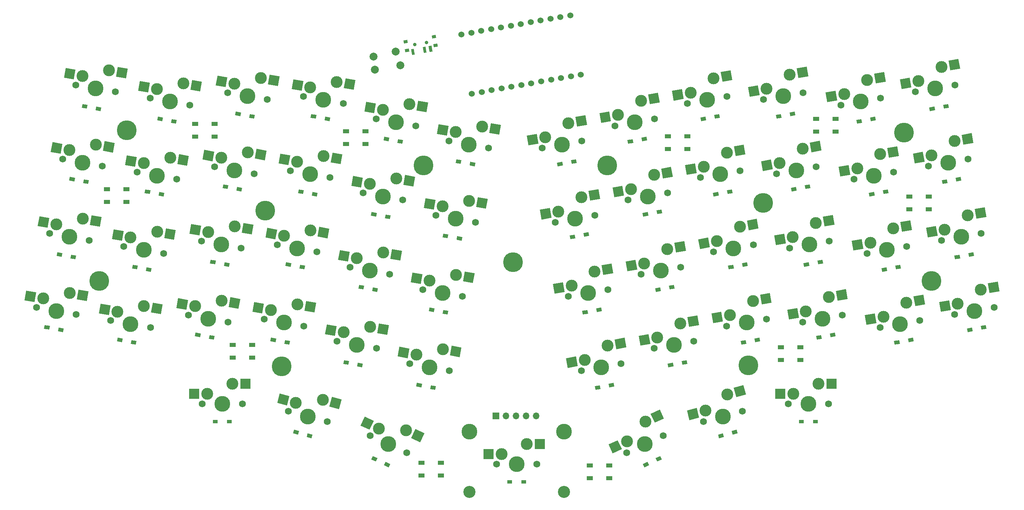
<source format=gbs>
%TF.GenerationSoftware,KiCad,Pcbnew,(5.1.12)-1*%
%TF.CreationDate,2022-03-16T07:25:32-05:00*%
%TF.ProjectId,keyboard_CarrasTech,6b657962-6f61-4726-945f-436172726173,rev?*%
%TF.SameCoordinates,Original*%
%TF.FileFunction,Soldermask,Bot*%
%TF.FilePolarity,Negative*%
%FSLAX46Y46*%
G04 Gerber Fmt 4.6, Leading zero omitted, Abs format (unit mm)*
G04 Created by KiCad (PCBNEW (5.1.12)-1) date 2022-03-16 07:25:32*
%MOMM*%
%LPD*%
G01*
G04 APERTURE LIST*
%ADD10O,1.700000X1.700000*%
%ADD11R,1.700000X1.700000*%
%ADD12C,0.100000*%
%ADD13C,0.900000*%
%ADD14C,2.000000*%
%ADD15C,3.000000*%
%ADD16C,3.987800*%
%ADD17C,1.750000*%
%ADD18C,5.000000*%
%ADD19R,2.550000X2.500000*%
%ADD20C,3.048000*%
%ADD21R,1.500000X1.000000*%
%ADD22C,1.524000*%
%ADD23R,1.300000X0.950000*%
G04 APERTURE END LIST*
D10*
X154178000Y-123063000D03*
X151638000Y-123063000D03*
X149098000Y-123063000D03*
X146558000Y-123063000D03*
D11*
X144018000Y-123063000D03*
D12*
G36*
X121149452Y-31092713D02*
G01*
X121010534Y-30304867D01*
X121995342Y-30131219D01*
X122134260Y-30919065D01*
X121149452Y-31092713D01*
G37*
G36*
X128338549Y-29825081D02*
G01*
X128199631Y-29037235D01*
X129184439Y-28863587D01*
X129323357Y-29651433D01*
X128338549Y-29825081D01*
G37*
G36*
X127954786Y-27648656D02*
G01*
X127815868Y-26860810D01*
X128800676Y-26687162D01*
X128939594Y-27475008D01*
X127954786Y-27648656D01*
G37*
G36*
X120765690Y-28916288D02*
G01*
X120626772Y-28128442D01*
X121611580Y-27954794D01*
X121750498Y-28742640D01*
X120765690Y-28916288D01*
G37*
G36*
X127281187Y-31026950D02*
G01*
X127020715Y-29549738D01*
X127710081Y-29428184D01*
X127970553Y-30905396D01*
X127281187Y-31026950D01*
G37*
G36*
X125803976Y-31287422D02*
G01*
X125543504Y-29810210D01*
X126232870Y-29688656D01*
X126493342Y-31165868D01*
X125803976Y-31287422D01*
G37*
G36*
X122849552Y-31808366D02*
G01*
X122589080Y-30331154D01*
X123278446Y-30209600D01*
X123538918Y-31686812D01*
X122849552Y-31808366D01*
G37*
D13*
X126451408Y-28624541D03*
X123496984Y-29145486D03*
D14*
X113093500Y-32194500D03*
X118681500Y-30924500D03*
D15*
X39691548Y-73204912D03*
D16*
X36308004Y-77766669D03*
D15*
X32996953Y-74603658D03*
D17*
X31305181Y-76884536D03*
X41310827Y-78648802D03*
D12*
G36*
X28299017Y-75044568D02*
G01*
X28733137Y-72582549D01*
X31244397Y-73025352D01*
X30810277Y-75487371D01*
X28299017Y-75044568D01*
G37*
G36*
X41470694Y-74787906D02*
G01*
X41904814Y-72325887D01*
X44416074Y-72768690D01*
X43981954Y-75230709D01*
X41470694Y-74787906D01*
G37*
D15*
X65068131Y-38991734D03*
D16*
X61684587Y-43553491D03*
D15*
X58373536Y-40390480D03*
D17*
X56681764Y-42671358D03*
X66687410Y-44435624D03*
D12*
G36*
X53675600Y-40831390D02*
G01*
X54109720Y-38369371D01*
X56620980Y-38812174D01*
X56186860Y-41274193D01*
X53675600Y-40831390D01*
G37*
G36*
X66847277Y-40574728D02*
G01*
X67281397Y-38112709D01*
X69792657Y-38555512D01*
X69358537Y-41017531D01*
X66847277Y-40574728D01*
G37*
D18*
X211455000Y-69215000D03*
X207772000Y-110299500D03*
X89916000Y-110490000D03*
X85725000Y-71120000D03*
X125730000Y-59690000D03*
X172085000Y-59690000D03*
X254000000Y-88900000D03*
X247015000Y-51435000D03*
X43815000Y-88900000D03*
X50800000Y-50800000D03*
X148336000Y-84201000D03*
D15*
X151765000Y-130175000D03*
D16*
X149225000Y-135255000D03*
D15*
X145415000Y-132715000D03*
D17*
X144145000Y-135255000D03*
X154305000Y-135255000D03*
D19*
X142140000Y-132715000D03*
X155067000Y-130175000D03*
D20*
X161163000Y-142240000D03*
X137287000Y-142240000D03*
D16*
X161163000Y-127000000D03*
X137287000Y-127000000D03*
D21*
X187415000Y-55575000D03*
X187415000Y-52375000D03*
X192315000Y-55575000D03*
X192315000Y-52375000D03*
X224880000Y-51130000D03*
X224880000Y-47930000D03*
X229780000Y-51130000D03*
X229780000Y-47930000D03*
X215990000Y-108915000D03*
X215990000Y-105715000D03*
X220890000Y-108915000D03*
X220890000Y-105715000D03*
X77560000Y-108280000D03*
X77560000Y-105080000D03*
X82460000Y-108280000D03*
X82460000Y-105080000D03*
X68035000Y-52400000D03*
X68035000Y-49200000D03*
X72935000Y-52400000D03*
X72935000Y-49200000D03*
X248375000Y-70815000D03*
X248375000Y-67615000D03*
X253275000Y-70815000D03*
X253275000Y-67615000D03*
X167730000Y-138760000D03*
X167730000Y-135560000D03*
X172630000Y-138760000D03*
X172630000Y-135560000D03*
X125185000Y-138125000D03*
X125185000Y-134925000D03*
X130085000Y-138125000D03*
X130085000Y-134925000D03*
X45810000Y-68910000D03*
X45810000Y-65710000D03*
X50710000Y-68910000D03*
X50710000Y-65710000D03*
X106135000Y-54305000D03*
X106135000Y-51105000D03*
X111035000Y-54305000D03*
X111035000Y-51105000D03*
D22*
X162796827Y-21742913D03*
X160295415Y-22183980D03*
X157794004Y-22625046D03*
X155292592Y-23066113D03*
X152791180Y-23507179D03*
X150289769Y-23948245D03*
X147788357Y-24389312D03*
X145286945Y-24830378D03*
X142785534Y-25271444D03*
X140284122Y-25712511D03*
X137782710Y-26153577D03*
X135281299Y-26594643D03*
X137924224Y-41583417D03*
X140425635Y-41142351D03*
X142927047Y-40701285D03*
X145428459Y-40260218D03*
X147929871Y-39819152D03*
X150431282Y-39378086D03*
X152932694Y-38937019D03*
X155434106Y-38495953D03*
X157935517Y-38054887D03*
X160436929Y-37613820D03*
X162938341Y-37172754D03*
X165439752Y-36731687D03*
D15*
X172218920Y-105284437D03*
D16*
X170599641Y-110728327D03*
D15*
X166406457Y-108888515D03*
D17*
X165596818Y-111610460D03*
X175602464Y-109846194D03*
D12*
G36*
X162142642Y-110909624D02*
G01*
X161708522Y-108447605D01*
X164219782Y-108004802D01*
X164653902Y-110466821D01*
X162142642Y-110909624D01*
G37*
G36*
X174432185Y-106163462D02*
G01*
X173998065Y-103701443D01*
X176509325Y-103258640D01*
X176943445Y-105720659D01*
X174432185Y-106163462D01*
G37*
D15*
X190567093Y-99637521D03*
D16*
X188947814Y-105081411D03*
D15*
X184754630Y-103241599D03*
D17*
X183944991Y-105963544D03*
X193950637Y-104199278D03*
D12*
G36*
X180490815Y-105262708D02*
G01*
X180056695Y-102800689D01*
X182567955Y-102357886D01*
X183002075Y-104819905D01*
X180490815Y-105262708D01*
G37*
G36*
X192780358Y-100516546D02*
G01*
X192346238Y-98054527D01*
X194857498Y-97611724D01*
X195291618Y-100073743D01*
X192780358Y-100516546D01*
G37*
D15*
X208915267Y-93990605D03*
D16*
X207295988Y-99434495D03*
D15*
X203102804Y-97594683D03*
D17*
X202293165Y-100316628D03*
X212298811Y-98552362D03*
D12*
G36*
X198838989Y-99615792D02*
G01*
X198404869Y-97153773D01*
X200916129Y-96710970D01*
X201350249Y-99172989D01*
X198838989Y-99615792D01*
G37*
G36*
X211128532Y-94869630D02*
G01*
X210694412Y-92407611D01*
X213205672Y-91964808D01*
X213639792Y-94426827D01*
X211128532Y-94869630D01*
G37*
D15*
X228088269Y-93021526D03*
D16*
X226468990Y-98465416D03*
D15*
X222275806Y-96625604D03*
D17*
X221466167Y-99347549D03*
X231471813Y-97583283D03*
D12*
G36*
X218011991Y-98646713D02*
G01*
X217577871Y-96184694D01*
X220089131Y-95741891D01*
X220523251Y-98203910D01*
X218011991Y-98646713D01*
G37*
G36*
X230301534Y-93900551D02*
G01*
X229867414Y-91438532D01*
X232378674Y-90995729D01*
X232812794Y-93457748D01*
X230301534Y-93900551D01*
G37*
D15*
X247673685Y-94391365D03*
D16*
X246054406Y-99835255D03*
D15*
X241861222Y-97995443D03*
D17*
X241051583Y-100717388D03*
X251057229Y-98953122D03*
D12*
G36*
X237597407Y-100016552D02*
G01*
X237163287Y-97554533D01*
X239674547Y-97111730D01*
X240108667Y-99573749D01*
X237597407Y-100016552D01*
G37*
G36*
X249886950Y-95270390D02*
G01*
X249452830Y-92808371D01*
X251964090Y-92365568D01*
X252398210Y-94827587D01*
X249886950Y-95270390D01*
G37*
D15*
X266434273Y-91083367D03*
D16*
X264814994Y-96527257D03*
D15*
X260621810Y-94687445D03*
D17*
X259812171Y-97409390D03*
X269817817Y-95645124D03*
D12*
G36*
X256357995Y-96708554D02*
G01*
X255923875Y-94246535D01*
X258435135Y-93803732D01*
X258869255Y-96265751D01*
X256357995Y-96708554D01*
G37*
G36*
X268647538Y-91962392D02*
G01*
X268213418Y-89500373D01*
X270724678Y-89057570D01*
X271158798Y-91519589D01*
X268647538Y-91962392D01*
G37*
D15*
X181765121Y-124497506D03*
D16*
X181610000Y-130175000D03*
D15*
X177083517Y-129483154D03*
D17*
X177005956Y-132321901D03*
X186214044Y-128028099D03*
D12*
G36*
X173488089Y-132538952D02*
G01*
X172431544Y-130273183D01*
X174742629Y-129195506D01*
X175799174Y-131461275D01*
X173488089Y-132538952D01*
G37*
G36*
X184130479Y-124773744D02*
G01*
X183073934Y-122507975D01*
X185385019Y-121430298D01*
X186441564Y-123696067D01*
X184130479Y-124773744D01*
G37*
D15*
X168910922Y-86523850D03*
D16*
X167291643Y-91967740D03*
D15*
X163098459Y-90127928D03*
D17*
X162288820Y-92849873D03*
X172294466Y-91085607D03*
D12*
G36*
X158834644Y-92149037D02*
G01*
X158400524Y-89687018D01*
X160911784Y-89244215D01*
X161345904Y-91706234D01*
X158834644Y-92149037D01*
G37*
G36*
X171124187Y-87402875D02*
G01*
X170690067Y-84940856D01*
X173201327Y-84498053D01*
X173635447Y-86960072D01*
X171124187Y-87402875D01*
G37*
D15*
X187259096Y-80876933D03*
D16*
X185639817Y-86320823D03*
D15*
X181446633Y-84481011D03*
D17*
X180636994Y-87202956D03*
X190642640Y-85438690D03*
D12*
G36*
X177182818Y-86502120D02*
G01*
X176748698Y-84040101D01*
X179259958Y-83597298D01*
X179694078Y-86059317D01*
X177182818Y-86502120D01*
G37*
G36*
X189472361Y-81755958D02*
G01*
X189038241Y-79293939D01*
X191549501Y-78851136D01*
X191983621Y-81313155D01*
X189472361Y-81755958D01*
G37*
D15*
X205607269Y-75230017D03*
D16*
X203987990Y-80673907D03*
D15*
X199794806Y-78834095D03*
D17*
X198985167Y-81556040D03*
X208990813Y-79791774D03*
D12*
G36*
X195530991Y-80855204D02*
G01*
X195096871Y-78393185D01*
X197608131Y-77950382D01*
X198042251Y-80412401D01*
X195530991Y-80855204D01*
G37*
G36*
X207820534Y-76109042D02*
G01*
X207386414Y-73647023D01*
X209897674Y-73204220D01*
X210331794Y-75666239D01*
X207820534Y-76109042D01*
G37*
D15*
X224780271Y-74260938D03*
D16*
X223160992Y-79704828D03*
D15*
X218967808Y-77865016D03*
D17*
X218158169Y-80586961D03*
X228163815Y-78822695D03*
D12*
G36*
X214703993Y-79886125D02*
G01*
X214269873Y-77424106D01*
X216781133Y-76981303D01*
X217215253Y-79443322D01*
X214703993Y-79886125D01*
G37*
G36*
X226993536Y-75139963D02*
G01*
X226559416Y-72677944D01*
X229070676Y-72235141D01*
X229504796Y-74697160D01*
X226993536Y-75139963D01*
G37*
D15*
X244365687Y-75630777D03*
D16*
X242746408Y-81074667D03*
D15*
X238553224Y-79234855D03*
D17*
X237743585Y-81956800D03*
X247749231Y-80192534D03*
D12*
G36*
X234289409Y-81255964D02*
G01*
X233855289Y-78793945D01*
X236366549Y-78351142D01*
X236800669Y-80813161D01*
X234289409Y-81255964D01*
G37*
G36*
X246578952Y-76509802D02*
G01*
X246144832Y-74047783D01*
X248656092Y-73604980D01*
X249090212Y-76066999D01*
X246578952Y-76509802D01*
G37*
D15*
X263126275Y-72322779D03*
D16*
X261506996Y-77766669D03*
D15*
X257313812Y-75926857D03*
D17*
X256504173Y-78648802D03*
X266509819Y-76884536D03*
D12*
G36*
X253049997Y-77947966D02*
G01*
X252615877Y-75485947D01*
X255127137Y-75043144D01*
X255561257Y-77505163D01*
X253049997Y-77947966D01*
G37*
G36*
X265339540Y-73201804D02*
G01*
X264905420Y-70739785D01*
X267416680Y-70296982D01*
X267850800Y-72759001D01*
X265339540Y-73201804D01*
G37*
D15*
X202433651Y-117625696D03*
D16*
X201295000Y-123190000D03*
D15*
X196957422Y-121722649D03*
D17*
X196388097Y-124504801D03*
X206201903Y-121875199D03*
D12*
G36*
X192885983Y-124107683D02*
G01*
X192238936Y-121692868D01*
X194702047Y-121032879D01*
X195349094Y-123447694D01*
X192885983Y-124107683D01*
G37*
G36*
X204715106Y-118308478D02*
G01*
X204068059Y-115893663D01*
X206531170Y-115233674D01*
X207178217Y-117648489D01*
X204715106Y-118308478D01*
G37*
D15*
X165602924Y-67763262D03*
D16*
X163983645Y-73207152D03*
D15*
X159790461Y-71367340D03*
D17*
X158980822Y-74089285D03*
X168986468Y-72325019D03*
D12*
G36*
X155526646Y-73388449D02*
G01*
X155092526Y-70926430D01*
X157603786Y-70483627D01*
X158037906Y-72945646D01*
X155526646Y-73388449D01*
G37*
G36*
X167816189Y-68642287D02*
G01*
X167382069Y-66180268D01*
X169893329Y-65737465D01*
X170327449Y-68199484D01*
X167816189Y-68642287D01*
G37*
D15*
X183951098Y-62116346D03*
D16*
X182331819Y-67560236D03*
D15*
X178138635Y-65720424D03*
D17*
X177328996Y-68442369D03*
X187334642Y-66678103D03*
D12*
G36*
X173874820Y-67741533D02*
G01*
X173440700Y-65279514D01*
X175951960Y-64836711D01*
X176386080Y-67298730D01*
X173874820Y-67741533D01*
G37*
G36*
X186164363Y-62995371D02*
G01*
X185730243Y-60533352D01*
X188241503Y-60090549D01*
X188675623Y-62552568D01*
X186164363Y-62995371D01*
G37*
D15*
X202299271Y-56469430D03*
D16*
X200679992Y-61913320D03*
D15*
X196486808Y-60073508D03*
D17*
X195677169Y-62795453D03*
X205682815Y-61031187D03*
D12*
G36*
X192222993Y-62094617D02*
G01*
X191788873Y-59632598D01*
X194300133Y-59189795D01*
X194734253Y-61651814D01*
X192222993Y-62094617D01*
G37*
G36*
X204512536Y-57348455D02*
G01*
X204078416Y-54886436D01*
X206589676Y-54443633D01*
X207023796Y-56905652D01*
X204512536Y-57348455D01*
G37*
D15*
X221472273Y-55500350D03*
D16*
X219852994Y-60944240D03*
D15*
X215659810Y-59104428D03*
D17*
X214850171Y-61826373D03*
X224855817Y-60062107D03*
D12*
G36*
X211395995Y-61125537D02*
G01*
X210961875Y-58663518D01*
X213473135Y-58220715D01*
X213907255Y-60682734D01*
X211395995Y-61125537D01*
G37*
G36*
X223685538Y-56379375D02*
G01*
X223251418Y-53917356D01*
X225762678Y-53474553D01*
X226196798Y-55936572D01*
X223685538Y-56379375D01*
G37*
D15*
X241057690Y-56870189D03*
D16*
X239438411Y-62314079D03*
D15*
X235245227Y-60474267D03*
D17*
X234435588Y-63196212D03*
X244441234Y-61431946D03*
D12*
G36*
X230981412Y-62495376D02*
G01*
X230547292Y-60033357D01*
X233058552Y-59590554D01*
X233492672Y-62052573D01*
X230981412Y-62495376D01*
G37*
G36*
X243270955Y-57749214D02*
G01*
X242836835Y-55287195D01*
X245348095Y-54844392D01*
X245782215Y-57306411D01*
X243270955Y-57749214D01*
G37*
D15*
X259818277Y-53562191D03*
D16*
X258198998Y-59006081D03*
D15*
X254005814Y-57166269D03*
D17*
X253196175Y-59888214D03*
X263201821Y-58123948D03*
D12*
G36*
X249741999Y-59187378D02*
G01*
X249307879Y-56725359D01*
X251819139Y-56282556D01*
X252253259Y-58744575D01*
X249741999Y-59187378D01*
G37*
G36*
X262031542Y-54441216D02*
G01*
X261597422Y-51979197D01*
X264108682Y-51536394D01*
X264542802Y-53998413D01*
X262031542Y-54441216D01*
G37*
D15*
X225425000Y-114935000D03*
D16*
X222885000Y-120015000D03*
D15*
X219075000Y-117475000D03*
D17*
X217805000Y-120015000D03*
X227965000Y-120015000D03*
D19*
X215800000Y-117475000D03*
X228727000Y-114935000D03*
D15*
X162294927Y-49002674D03*
D16*
X160675648Y-54446564D03*
D15*
X156482464Y-52606752D03*
D17*
X155672825Y-55328697D03*
X165678471Y-53564431D03*
D12*
G36*
X152218649Y-54627861D02*
G01*
X151784529Y-52165842D01*
X154295789Y-51723039D01*
X154729909Y-54185058D01*
X152218649Y-54627861D01*
G37*
G36*
X164508192Y-49881699D02*
G01*
X164074072Y-47419680D01*
X166585332Y-46976877D01*
X167019452Y-49438896D01*
X164508192Y-49881699D01*
G37*
D15*
X180643100Y-43355758D03*
D16*
X179023821Y-48799648D03*
D15*
X174830637Y-46959836D03*
D17*
X174020998Y-49681781D03*
X184026644Y-47917515D03*
D12*
G36*
X170566822Y-48980945D02*
G01*
X170132702Y-46518926D01*
X172643962Y-46076123D01*
X173078082Y-48538142D01*
X170566822Y-48980945D01*
G37*
G36*
X182856365Y-44234783D02*
G01*
X182422245Y-41772764D01*
X184933505Y-41329961D01*
X185367625Y-43791980D01*
X182856365Y-44234783D01*
G37*
D15*
X198991273Y-37708842D03*
D16*
X197371994Y-43152732D03*
D15*
X193178810Y-41312920D03*
D17*
X192369171Y-44034865D03*
X202374817Y-42270599D03*
D12*
G36*
X188914995Y-43334029D02*
G01*
X188480875Y-40872010D01*
X190992135Y-40429207D01*
X191426255Y-42891226D01*
X188914995Y-43334029D01*
G37*
G36*
X201204538Y-38587867D02*
G01*
X200770418Y-36125848D01*
X203281678Y-35683045D01*
X203715798Y-38145064D01*
X201204538Y-38587867D01*
G37*
D15*
X218164275Y-36739762D03*
D16*
X216544996Y-42183652D03*
D15*
X212351812Y-40343840D03*
D17*
X211542173Y-43065785D03*
X221547819Y-41301519D03*
D12*
G36*
X208087997Y-42364949D02*
G01*
X207653877Y-39902930D01*
X210165137Y-39460127D01*
X210599257Y-41922146D01*
X208087997Y-42364949D01*
G37*
G36*
X220377540Y-37618787D02*
G01*
X219943420Y-35156768D01*
X222454680Y-34713965D01*
X222888800Y-37175984D01*
X220377540Y-37618787D01*
G37*
D15*
X237749692Y-38109601D03*
D16*
X236130413Y-43553491D03*
D15*
X231937229Y-41713679D03*
D17*
X231127590Y-44435624D03*
X241133236Y-42671358D03*
D12*
G36*
X227673414Y-43734788D02*
G01*
X227239294Y-41272769D01*
X229750554Y-40829966D01*
X230184674Y-43291985D01*
X227673414Y-43734788D01*
G37*
G36*
X239962957Y-38988626D02*
G01*
X239528837Y-36526607D01*
X242040097Y-36083804D01*
X242474217Y-38545823D01*
X239962957Y-38988626D01*
G37*
D15*
X256510280Y-34801604D03*
D16*
X254891001Y-40245494D03*
D15*
X250697817Y-38405682D03*
D17*
X249888178Y-41127627D03*
X259893824Y-39363361D03*
D12*
G36*
X246434002Y-40426791D02*
G01*
X245999882Y-37964772D01*
X248511142Y-37521969D01*
X248945262Y-39983988D01*
X246434002Y-40426791D01*
G37*
G36*
X258723545Y-35680629D02*
G01*
X258289425Y-33218610D01*
X260800685Y-32775807D01*
X261234805Y-35237826D01*
X258723545Y-35680629D01*
G37*
D15*
X130598903Y-106166570D03*
D16*
X127215359Y-110728327D03*
D15*
X123904308Y-107565316D03*
D17*
X122212536Y-109846194D03*
X132218182Y-111610460D03*
D12*
G36*
X119206372Y-108006226D02*
G01*
X119640492Y-105544207D01*
X122151752Y-105987010D01*
X121717632Y-108449029D01*
X119206372Y-108006226D01*
G37*
G36*
X132378049Y-107749564D02*
G01*
X132812169Y-105287545D01*
X135323429Y-105730348D01*
X134889309Y-108192367D01*
X132378049Y-107749564D01*
G37*
D15*
X112250730Y-100519654D03*
D16*
X108867186Y-105081411D03*
D15*
X105556135Y-101918400D03*
D17*
X103864363Y-104199278D03*
X113870009Y-105963544D03*
D12*
G36*
X100858199Y-102359310D02*
G01*
X101292319Y-99897291D01*
X103803579Y-100340094D01*
X103369459Y-102802113D01*
X100858199Y-102359310D01*
G37*
G36*
X114029876Y-102102648D02*
G01*
X114463996Y-99640629D01*
X116975256Y-100083432D01*
X116541136Y-102545451D01*
X114029876Y-102102648D01*
G37*
D15*
X93902556Y-94872738D03*
D16*
X90519012Y-99434495D03*
D15*
X87207961Y-96271484D03*
D17*
X85516189Y-98552362D03*
X95521835Y-100316628D03*
D12*
G36*
X82510025Y-96712394D02*
G01*
X82944145Y-94250375D01*
X85455405Y-94693178D01*
X85021285Y-97155197D01*
X82510025Y-96712394D01*
G37*
G36*
X95681702Y-96455732D02*
G01*
X96115822Y-93993713D01*
X98627082Y-94436516D01*
X98192962Y-96898535D01*
X95681702Y-96455732D01*
G37*
D15*
X74729554Y-93903659D03*
D16*
X71346010Y-98465416D03*
D15*
X68034959Y-95302405D03*
D17*
X66343187Y-97583283D03*
X76348833Y-99347549D03*
D12*
G36*
X63337023Y-95743315D02*
G01*
X63771143Y-93281296D01*
X66282403Y-93724099D01*
X65848283Y-96186118D01*
X63337023Y-95743315D01*
G37*
G36*
X76508700Y-95486653D02*
G01*
X76942820Y-93024634D01*
X79454080Y-93467437D01*
X79019960Y-95929456D01*
X76508700Y-95486653D01*
G37*
D15*
X55144138Y-95273498D03*
D16*
X51760594Y-99835255D03*
D15*
X48449543Y-96672244D03*
D17*
X46757771Y-98953122D03*
X56763417Y-100717388D03*
D12*
G36*
X43751607Y-97113154D02*
G01*
X44185727Y-94651135D01*
X46696987Y-95093938D01*
X46262867Y-97555957D01*
X43751607Y-97113154D01*
G37*
G36*
X56923284Y-96856492D02*
G01*
X57357404Y-94394473D01*
X59868664Y-94837276D01*
X59434544Y-97299295D01*
X56923284Y-96856492D01*
G37*
D15*
X36383550Y-91965500D03*
D16*
X33000006Y-96527257D03*
D15*
X29688955Y-93364246D03*
D17*
X27997183Y-95645124D03*
X38002829Y-97409390D03*
D12*
G36*
X24991019Y-93805156D02*
G01*
X25425139Y-91343137D01*
X27936399Y-91785940D01*
X27502279Y-94247959D01*
X24991019Y-93805156D01*
G37*
G36*
X38162696Y-93548494D02*
G01*
X38596816Y-91086475D01*
X41108076Y-91529278D01*
X40673956Y-93991297D01*
X38162696Y-93548494D01*
G37*
D15*
X121288923Y-126644407D03*
D16*
X116840000Y-130175000D03*
D15*
X114460418Y-126262803D03*
D17*
X112235956Y-128028099D03*
X121444044Y-132321901D03*
D12*
G36*
X109808445Y-125472774D02*
G01*
X110864990Y-123207005D01*
X113176075Y-124284682D01*
X112119530Y-126550451D01*
X109808445Y-125472774D01*
G37*
G36*
X122597736Y-128633938D02*
G01*
X123654281Y-126368169D01*
X125965366Y-127445846D01*
X124908821Y-129711615D01*
X122597736Y-128633938D01*
G37*
D15*
X133906901Y-87405983D03*
D16*
X130523357Y-91967740D03*
D15*
X127212306Y-88804729D03*
D17*
X125520534Y-91085607D03*
X135526180Y-92849873D03*
D12*
G36*
X122514370Y-89245639D02*
G01*
X122948490Y-86783620D01*
X125459750Y-87226423D01*
X125025630Y-89688442D01*
X122514370Y-89245639D01*
G37*
G36*
X135686047Y-88988977D02*
G01*
X136120167Y-86526958D01*
X138631427Y-86969761D01*
X138197307Y-89431780D01*
X135686047Y-88988977D01*
G37*
D15*
X115558727Y-81759066D03*
D16*
X112175183Y-86320823D03*
D15*
X108864132Y-83157812D03*
D17*
X107172360Y-85438690D03*
X117178006Y-87202956D03*
D12*
G36*
X104166196Y-83598722D02*
G01*
X104600316Y-81136703D01*
X107111576Y-81579506D01*
X106677456Y-84041525D01*
X104166196Y-83598722D01*
G37*
G36*
X117337873Y-83342060D02*
G01*
X117771993Y-80880041D01*
X120283253Y-81322844D01*
X119849133Y-83784863D01*
X117337873Y-83342060D01*
G37*
D15*
X97210554Y-76112150D03*
D16*
X93827010Y-80673907D03*
D15*
X90515959Y-77510896D03*
D17*
X88824187Y-79791774D03*
X98829833Y-81556040D03*
D12*
G36*
X85818023Y-77951806D02*
G01*
X86252143Y-75489787D01*
X88763403Y-75932590D01*
X88329283Y-78394609D01*
X85818023Y-77951806D01*
G37*
G36*
X98989700Y-77695144D02*
G01*
X99423820Y-75233125D01*
X101935080Y-75675928D01*
X101500960Y-78137947D01*
X98989700Y-77695144D01*
G37*
D15*
X78037552Y-75143071D03*
D16*
X74654008Y-79704828D03*
D15*
X71342957Y-76541817D03*
D17*
X69651185Y-78822695D03*
X79656831Y-80586961D03*
D12*
G36*
X66645021Y-76982727D02*
G01*
X67079141Y-74520708D01*
X69590401Y-74963511D01*
X69156281Y-77425530D01*
X66645021Y-76982727D01*
G37*
G36*
X79816698Y-76726065D02*
G01*
X80250818Y-74264046D01*
X82762078Y-74706849D01*
X82327958Y-77168868D01*
X79816698Y-76726065D01*
G37*
D15*
X58452136Y-76512910D03*
D16*
X55068592Y-81074667D03*
D15*
X51757541Y-77911656D03*
D17*
X50065769Y-80192534D03*
X60071415Y-81956800D03*
D12*
G36*
X47059605Y-78352566D02*
G01*
X47493725Y-75890547D01*
X50004985Y-76333350D01*
X49570865Y-78795369D01*
X47059605Y-78352566D01*
G37*
G36*
X60231282Y-78095904D02*
G01*
X60665402Y-75633885D01*
X63176662Y-76076688D01*
X62742542Y-78538707D01*
X60231282Y-78095904D01*
G37*
D15*
X100288252Y-118940497D03*
D16*
X96520000Y-123190000D03*
D15*
X93497223Y-119750448D03*
D17*
X91613097Y-121875199D03*
X101426903Y-124504801D03*
D12*
G36*
X88778737Y-119780228D02*
G01*
X89425784Y-117365413D01*
X91888895Y-118025402D01*
X91241848Y-120440217D01*
X88778737Y-119780228D01*
G37*
G36*
X101922660Y-120672531D02*
G01*
X102569707Y-118257716D01*
X105032818Y-118917705D01*
X104385771Y-121332520D01*
X101922660Y-120672531D01*
G37*
D15*
X137214899Y-68645395D03*
D16*
X133831355Y-73207152D03*
D15*
X130520304Y-70044141D03*
D17*
X128828532Y-72325019D03*
X138834178Y-74089285D03*
D12*
G36*
X125822368Y-70485051D02*
G01*
X126256488Y-68023032D01*
X128767748Y-68465835D01*
X128333628Y-70927854D01*
X125822368Y-70485051D01*
G37*
G36*
X138994045Y-70228389D02*
G01*
X139428165Y-67766370D01*
X141939425Y-68209173D01*
X141505305Y-70671192D01*
X138994045Y-70228389D01*
G37*
D15*
X118866725Y-62998479D03*
D16*
X115483181Y-67560236D03*
D15*
X112172130Y-64397225D03*
D17*
X110480358Y-66678103D03*
X120486004Y-68442369D03*
D12*
G36*
X107474194Y-64838135D02*
G01*
X107908314Y-62376116D01*
X110419574Y-62818919D01*
X109985454Y-65280938D01*
X107474194Y-64838135D01*
G37*
G36*
X120645871Y-64581473D02*
G01*
X121079991Y-62119454D01*
X123591251Y-62562257D01*
X123157131Y-65024276D01*
X120645871Y-64581473D01*
G37*
D15*
X100518552Y-57351563D03*
D16*
X97135008Y-61913320D03*
D15*
X93823957Y-58750309D03*
D17*
X92132185Y-61031187D03*
X102137831Y-62795453D03*
D12*
G36*
X89126021Y-59191219D02*
G01*
X89560141Y-56729200D01*
X92071401Y-57172003D01*
X91637281Y-59634022D01*
X89126021Y-59191219D01*
G37*
G36*
X102297698Y-58934557D02*
G01*
X102731818Y-56472538D01*
X105243078Y-56915341D01*
X104808958Y-59377360D01*
X102297698Y-58934557D01*
G37*
D15*
X81345550Y-56382483D03*
D16*
X77962006Y-60944240D03*
D15*
X74650955Y-57781229D03*
D17*
X72959183Y-60062107D03*
X82964829Y-61826373D03*
D12*
G36*
X69953019Y-58222139D02*
G01*
X70387139Y-55760120D01*
X72898399Y-56202923D01*
X72464279Y-58664942D01*
X69953019Y-58222139D01*
G37*
G36*
X83124696Y-57965477D02*
G01*
X83558816Y-55503458D01*
X86070076Y-55946261D01*
X85635956Y-58408280D01*
X83124696Y-57965477D01*
G37*
D15*
X61760133Y-57752322D03*
D16*
X58376589Y-62314079D03*
D15*
X55065538Y-59151068D03*
D17*
X53373766Y-61431946D03*
X63379412Y-63196212D03*
D12*
G36*
X50367602Y-59591978D02*
G01*
X50801722Y-57129959D01*
X53312982Y-57572762D01*
X52878862Y-60034781D01*
X50367602Y-59591978D01*
G37*
G36*
X63539279Y-59335316D02*
G01*
X63973399Y-56873297D01*
X66484659Y-57316100D01*
X66050539Y-59778119D01*
X63539279Y-59335316D01*
G37*
D15*
X42999546Y-54444324D03*
D16*
X39616002Y-59006081D03*
D15*
X36304951Y-55843070D03*
D17*
X34613179Y-58123948D03*
X44618825Y-59888214D03*
D12*
G36*
X31607015Y-56283980D02*
G01*
X32041135Y-53821961D01*
X34552395Y-54264764D01*
X34118275Y-56726783D01*
X31607015Y-56283980D01*
G37*
G36*
X44778692Y-56027318D02*
G01*
X45212812Y-53565299D01*
X47724072Y-54008102D01*
X47289952Y-56470121D01*
X44778692Y-56027318D01*
G37*
D15*
X77470000Y-114935000D03*
D16*
X74930000Y-120015000D03*
D15*
X71120000Y-117475000D03*
D17*
X69850000Y-120015000D03*
X80010000Y-120015000D03*
D19*
X67845000Y-117475000D03*
X80772000Y-114935000D03*
D15*
X140522896Y-49884807D03*
D16*
X137139352Y-54446564D03*
D15*
X133828301Y-51283553D03*
D17*
X132136529Y-53564431D03*
X142142175Y-55328697D03*
D12*
G36*
X129130365Y-51724463D02*
G01*
X129564485Y-49262444D01*
X132075745Y-49705247D01*
X131641625Y-52167266D01*
X129130365Y-51724463D01*
G37*
G36*
X142302042Y-51467801D02*
G01*
X142736162Y-49005782D01*
X145247422Y-49448585D01*
X144813302Y-51910604D01*
X142302042Y-51467801D01*
G37*
D15*
X122174723Y-44237891D03*
D16*
X118791179Y-48799648D03*
D15*
X115480128Y-45636637D03*
D17*
X113788356Y-47917515D03*
X123794002Y-49681781D03*
D12*
G36*
X110782192Y-46077547D02*
G01*
X111216312Y-43615528D01*
X113727572Y-44058331D01*
X113293452Y-46520350D01*
X110782192Y-46077547D01*
G37*
G36*
X123953869Y-45820885D02*
G01*
X124387989Y-43358866D01*
X126899249Y-43801669D01*
X126465129Y-46263688D01*
X123953869Y-45820885D01*
G37*
D15*
X103826550Y-38590975D03*
D16*
X100443006Y-43152732D03*
D15*
X97131955Y-39989721D03*
D17*
X95440183Y-42270599D03*
X105445829Y-44034865D03*
D12*
G36*
X92434019Y-40430631D02*
G01*
X92868139Y-37968612D01*
X95379399Y-38411415D01*
X94945279Y-40873434D01*
X92434019Y-40430631D01*
G37*
G36*
X105605696Y-40173969D02*
G01*
X106039816Y-37711950D01*
X108551076Y-38154753D01*
X108116956Y-40616772D01*
X105605696Y-40173969D01*
G37*
D15*
X84653548Y-37621895D03*
D16*
X81270004Y-42183652D03*
D15*
X77958953Y-39020641D03*
D17*
X76267181Y-41301519D03*
X86272827Y-43065785D03*
D12*
G36*
X73261017Y-39461551D02*
G01*
X73695137Y-36999532D01*
X76206397Y-37442335D01*
X75772277Y-39904354D01*
X73261017Y-39461551D01*
G37*
G36*
X86432694Y-39204889D02*
G01*
X86866814Y-36742870D01*
X89378074Y-37185673D01*
X88943954Y-39647692D01*
X86432694Y-39204889D01*
G37*
D15*
X46307543Y-35683737D03*
D16*
X42923999Y-40245494D03*
D15*
X39612948Y-37082483D03*
D17*
X37921176Y-39363361D03*
X47926822Y-41127627D03*
D12*
G36*
X34915012Y-37523393D02*
G01*
X35349132Y-35061374D01*
X37860392Y-35504177D01*
X37426272Y-37966196D01*
X34915012Y-37523393D01*
G37*
G36*
X48086689Y-37266731D02*
G01*
X48520809Y-34804712D01*
X51032069Y-35247515D01*
X50597949Y-37709534D01*
X48086689Y-37266731D01*
G37*
D14*
X119850125Y-34360643D03*
X113448875Y-35489357D03*
D12*
G36*
X169144324Y-116458881D02*
G01*
X168979358Y-115523314D01*
X170259608Y-115297571D01*
X170424574Y-116233138D01*
X169144324Y-116458881D01*
G37*
G36*
X172640392Y-115842429D02*
G01*
X172475426Y-114906862D01*
X173755676Y-114681119D01*
X173920642Y-115616686D01*
X172640392Y-115842429D01*
G37*
G36*
X187559324Y-110743881D02*
G01*
X187394358Y-109808314D01*
X188674608Y-109582571D01*
X188839574Y-110518138D01*
X187559324Y-110743881D01*
G37*
G36*
X191055392Y-110127429D02*
G01*
X190890426Y-109191862D01*
X192170676Y-108966119D01*
X192335642Y-109901686D01*
X191055392Y-110127429D01*
G37*
G36*
X205974324Y-105028881D02*
G01*
X205809358Y-104093314D01*
X207089608Y-103867571D01*
X207254574Y-104803138D01*
X205974324Y-105028881D01*
G37*
G36*
X209470392Y-104412429D02*
G01*
X209305426Y-103476862D01*
X210585676Y-103251119D01*
X210750642Y-104186686D01*
X209470392Y-104412429D01*
G37*
G36*
X225024324Y-103758881D02*
G01*
X224859358Y-102823314D01*
X226139608Y-102597571D01*
X226304574Y-103533138D01*
X225024324Y-103758881D01*
G37*
G36*
X228520392Y-103142429D02*
G01*
X228355426Y-102206862D01*
X229635676Y-101981119D01*
X229800642Y-102916686D01*
X228520392Y-103142429D01*
G37*
G36*
X244709324Y-105028881D02*
G01*
X244544358Y-104093314D01*
X245824608Y-103867571D01*
X245989574Y-104803138D01*
X244709324Y-105028881D01*
G37*
G36*
X248205392Y-104412429D02*
G01*
X248040426Y-103476862D01*
X249320676Y-103251119D01*
X249485642Y-104186686D01*
X248205392Y-104412429D01*
G37*
G36*
X263124324Y-101853881D02*
G01*
X262959358Y-100918314D01*
X264239608Y-100692571D01*
X264404574Y-101628138D01*
X263124324Y-101853881D01*
G37*
G36*
X266620392Y-101237429D02*
G01*
X266455426Y-100301862D01*
X267735676Y-100076119D01*
X267900642Y-101011686D01*
X266620392Y-101237429D01*
G37*
G36*
X181517948Y-136075345D02*
G01*
X181116460Y-135214353D01*
X182294660Y-134664949D01*
X182696148Y-135525941D01*
X181517948Y-136075345D01*
G37*
G36*
X184735340Y-134575051D02*
G01*
X184333852Y-133714059D01*
X185512052Y-133164655D01*
X185913540Y-134025647D01*
X184735340Y-134575051D01*
G37*
G36*
X165969324Y-97408881D02*
G01*
X165804358Y-96473314D01*
X167084608Y-96247571D01*
X167249574Y-97183138D01*
X165969324Y-97408881D01*
G37*
G36*
X169465392Y-96792429D02*
G01*
X169300426Y-95856862D01*
X170580676Y-95631119D01*
X170745642Y-96566686D01*
X169465392Y-96792429D01*
G37*
G36*
X184384324Y-91693881D02*
G01*
X184219358Y-90758314D01*
X185499608Y-90532571D01*
X185664574Y-91468138D01*
X184384324Y-91693881D01*
G37*
G36*
X187880392Y-91077429D02*
G01*
X187715426Y-90141862D01*
X188995676Y-89916119D01*
X189160642Y-90851686D01*
X187880392Y-91077429D01*
G37*
G36*
X202799324Y-85978881D02*
G01*
X202634358Y-85043314D01*
X203914608Y-84817571D01*
X204079574Y-85753138D01*
X202799324Y-85978881D01*
G37*
G36*
X206295392Y-85362429D02*
G01*
X206130426Y-84426862D01*
X207410676Y-84201119D01*
X207575642Y-85136686D01*
X206295392Y-85362429D01*
G37*
G36*
X221849324Y-85343881D02*
G01*
X221684358Y-84408314D01*
X222964608Y-84182571D01*
X223129574Y-85118138D01*
X221849324Y-85343881D01*
G37*
G36*
X225345392Y-84727429D02*
G01*
X225180426Y-83791862D01*
X226460676Y-83566119D01*
X226625642Y-84501686D01*
X225345392Y-84727429D01*
G37*
G36*
X241534324Y-86613881D02*
G01*
X241369358Y-85678314D01*
X242649608Y-85452571D01*
X242814574Y-86388138D01*
X241534324Y-86613881D01*
G37*
G36*
X245030392Y-85997429D02*
G01*
X244865426Y-85061862D01*
X246145676Y-84836119D01*
X246310642Y-85771686D01*
X245030392Y-85997429D01*
G37*
G36*
X259949324Y-83438881D02*
G01*
X259784358Y-82503314D01*
X261064608Y-82277571D01*
X261229574Y-83213138D01*
X259949324Y-83438881D01*
G37*
G36*
X263445392Y-82822429D02*
G01*
X263280426Y-81886862D01*
X264560676Y-81661119D01*
X264725642Y-82596686D01*
X263445392Y-82822429D01*
G37*
G36*
X200345569Y-128721451D02*
G01*
X200099691Y-127803822D01*
X201355395Y-127467357D01*
X201601273Y-128384986D01*
X200345569Y-128721451D01*
G37*
G36*
X203774605Y-127802643D02*
G01*
X203528727Y-126885014D01*
X204784431Y-126548549D01*
X205030309Y-127466178D01*
X203774605Y-127802643D01*
G37*
G36*
X162794324Y-78358881D02*
G01*
X162629358Y-77423314D01*
X163909608Y-77197571D01*
X164074574Y-78133138D01*
X162794324Y-78358881D01*
G37*
G36*
X166290392Y-77742429D02*
G01*
X166125426Y-76806862D01*
X167405676Y-76581119D01*
X167570642Y-77516686D01*
X166290392Y-77742429D01*
G37*
G36*
X181209324Y-72643881D02*
G01*
X181044358Y-71708314D01*
X182324608Y-71482571D01*
X182489574Y-72418138D01*
X181209324Y-72643881D01*
G37*
G36*
X184705392Y-72027429D02*
G01*
X184540426Y-71091862D01*
X185820676Y-70866119D01*
X185985642Y-71801686D01*
X184705392Y-72027429D01*
G37*
G36*
X198989324Y-67563881D02*
G01*
X198824358Y-66628314D01*
X200104608Y-66402571D01*
X200269574Y-67338138D01*
X198989324Y-67563881D01*
G37*
G36*
X202485392Y-66947429D02*
G01*
X202320426Y-66011862D01*
X203600676Y-65786119D01*
X203765642Y-66721686D01*
X202485392Y-66947429D01*
G37*
G36*
X218674324Y-66293881D02*
G01*
X218509358Y-65358314D01*
X219789608Y-65132571D01*
X219954574Y-66068138D01*
X218674324Y-66293881D01*
G37*
G36*
X222170392Y-65677429D02*
G01*
X222005426Y-64741862D01*
X223285676Y-64516119D01*
X223450642Y-65451686D01*
X222170392Y-65677429D01*
G37*
G36*
X238359324Y-67563881D02*
G01*
X238194358Y-66628314D01*
X239474608Y-66402571D01*
X239639574Y-67338138D01*
X238359324Y-67563881D01*
G37*
G36*
X241855392Y-66947429D02*
G01*
X241690426Y-66011862D01*
X242970676Y-65786119D01*
X243135642Y-66721686D01*
X241855392Y-66947429D01*
G37*
G36*
X256774324Y-64388881D02*
G01*
X256609358Y-63453314D01*
X257889608Y-63227571D01*
X258054574Y-64163138D01*
X256774324Y-64388881D01*
G37*
G36*
X260270392Y-63772429D02*
G01*
X260105426Y-62836862D01*
X261385676Y-62611119D01*
X261550642Y-63546686D01*
X260270392Y-63772429D01*
G37*
D23*
X221110000Y-124460000D03*
X224660000Y-124460000D03*
D12*
G36*
X159619324Y-59943881D02*
G01*
X159454358Y-59008314D01*
X160734608Y-58782571D01*
X160899574Y-59718138D01*
X159619324Y-59943881D01*
G37*
G36*
X163115392Y-59327429D02*
G01*
X162950426Y-58391862D01*
X164230676Y-58166119D01*
X164395642Y-59101686D01*
X163115392Y-59327429D01*
G37*
G36*
X177399324Y-54228881D02*
G01*
X177234358Y-53293314D01*
X178514608Y-53067571D01*
X178679574Y-54003138D01*
X177399324Y-54228881D01*
G37*
G36*
X180895392Y-53612429D02*
G01*
X180730426Y-52676862D01*
X182010676Y-52451119D01*
X182175642Y-53386686D01*
X180895392Y-53612429D01*
G37*
G36*
X195814324Y-48513881D02*
G01*
X195649358Y-47578314D01*
X196929608Y-47352571D01*
X197094574Y-48288138D01*
X195814324Y-48513881D01*
G37*
G36*
X199310392Y-47897429D02*
G01*
X199145426Y-46961862D01*
X200425676Y-46736119D01*
X200590642Y-47671686D01*
X199310392Y-47897429D01*
G37*
G36*
X214864324Y-47878881D02*
G01*
X214699358Y-46943314D01*
X215979608Y-46717571D01*
X216144574Y-47653138D01*
X214864324Y-47878881D01*
G37*
G36*
X218360392Y-47262429D02*
G01*
X218195426Y-46326862D01*
X219475676Y-46101119D01*
X219640642Y-47036686D01*
X218360392Y-47262429D01*
G37*
G36*
X235184324Y-49148881D02*
G01*
X235019358Y-48213314D01*
X236299608Y-47987571D01*
X236464574Y-48923138D01*
X235184324Y-49148881D01*
G37*
G36*
X238680392Y-48532429D02*
G01*
X238515426Y-47596862D01*
X239795676Y-47371119D01*
X239960642Y-48306686D01*
X238680392Y-48532429D01*
G37*
G36*
X253599324Y-45973881D02*
G01*
X253434358Y-45038314D01*
X254714608Y-44812571D01*
X254879574Y-45748138D01*
X253599324Y-45973881D01*
G37*
G36*
X257095392Y-45357429D02*
G01*
X256930426Y-44421862D01*
X258210676Y-44196119D01*
X258375642Y-45131686D01*
X257095392Y-45357429D01*
G37*
D23*
X147450000Y-139700000D03*
X151000000Y-139700000D03*
D12*
G36*
X123894358Y-115616686D02*
G01*
X124059324Y-114681119D01*
X125339574Y-114906862D01*
X125174608Y-115842429D01*
X123894358Y-115616686D01*
G37*
G36*
X127390426Y-116233138D02*
G01*
X127555392Y-115297571D01*
X128835642Y-115523314D01*
X128670676Y-116458881D01*
X127390426Y-116233138D01*
G37*
G36*
X105479358Y-109901686D02*
G01*
X105644324Y-108966119D01*
X106924574Y-109191862D01*
X106759608Y-110127429D01*
X105479358Y-109901686D01*
G37*
G36*
X108975426Y-110518138D02*
G01*
X109140392Y-109582571D01*
X110420642Y-109808314D01*
X110255676Y-110743881D01*
X108975426Y-110518138D01*
G37*
G36*
X87064358Y-104186686D02*
G01*
X87229324Y-103251119D01*
X88509574Y-103476862D01*
X88344608Y-104412429D01*
X87064358Y-104186686D01*
G37*
G36*
X90560426Y-104803138D02*
G01*
X90725392Y-103867571D01*
X92005642Y-104093314D01*
X91840676Y-105028881D01*
X90560426Y-104803138D01*
G37*
G36*
X68014358Y-102916686D02*
G01*
X68179324Y-101981119D01*
X69459574Y-102206862D01*
X69294608Y-103142429D01*
X68014358Y-102916686D01*
G37*
G36*
X71510426Y-103533138D02*
G01*
X71675392Y-102597571D01*
X72955642Y-102823314D01*
X72790676Y-103758881D01*
X71510426Y-103533138D01*
G37*
G36*
X48329358Y-104186686D02*
G01*
X48494324Y-103251119D01*
X49774574Y-103476862D01*
X49609608Y-104412429D01*
X48329358Y-104186686D01*
G37*
G36*
X51825426Y-104803138D02*
G01*
X51990392Y-103867571D01*
X53270642Y-104093314D01*
X53105676Y-105028881D01*
X51825426Y-104803138D01*
G37*
G36*
X29914358Y-101011686D02*
G01*
X30079324Y-100076119D01*
X31359574Y-100301862D01*
X31194608Y-101237429D01*
X29914358Y-101011686D01*
G37*
G36*
X33410426Y-101628138D02*
G01*
X33575392Y-100692571D01*
X34855642Y-100918314D01*
X34690676Y-101853881D01*
X33410426Y-101628138D01*
G37*
G36*
X112536460Y-134025647D02*
G01*
X112937948Y-133164655D01*
X114116148Y-133714059D01*
X113714660Y-134575051D01*
X112536460Y-134025647D01*
G37*
G36*
X115753852Y-135525941D02*
G01*
X116155340Y-134664949D01*
X117333540Y-135214353D01*
X116932052Y-136075345D01*
X115753852Y-135525941D01*
G37*
G36*
X127069358Y-96566686D02*
G01*
X127234324Y-95631119D01*
X128514574Y-95856862D01*
X128349608Y-96792429D01*
X127069358Y-96566686D01*
G37*
G36*
X130565426Y-97183138D02*
G01*
X130730392Y-96247571D01*
X132010642Y-96473314D01*
X131845676Y-97408881D01*
X130565426Y-97183138D01*
G37*
G36*
X109289358Y-90851686D02*
G01*
X109454324Y-89916119D01*
X110734574Y-90141862D01*
X110569608Y-91077429D01*
X109289358Y-90851686D01*
G37*
G36*
X112785426Y-91468138D02*
G01*
X112950392Y-90532571D01*
X114230642Y-90758314D01*
X114065676Y-91693881D01*
X112785426Y-91468138D01*
G37*
G36*
X90874358Y-85136686D02*
G01*
X91039324Y-84201119D01*
X92319574Y-84426862D01*
X92154608Y-85362429D01*
X90874358Y-85136686D01*
G37*
G36*
X94370426Y-85753138D02*
G01*
X94535392Y-84817571D01*
X95815642Y-85043314D01*
X95650676Y-85978881D01*
X94370426Y-85753138D01*
G37*
G36*
X71824358Y-84501686D02*
G01*
X71989324Y-83566119D01*
X73269574Y-83791862D01*
X73104608Y-84727429D01*
X71824358Y-84501686D01*
G37*
G36*
X75320426Y-85118138D02*
G01*
X75485392Y-84182571D01*
X76765642Y-84408314D01*
X76600676Y-85343881D01*
X75320426Y-85118138D01*
G37*
G36*
X52139358Y-85771686D02*
G01*
X52304324Y-84836119D01*
X53584574Y-85061862D01*
X53419608Y-85997429D01*
X52139358Y-85771686D01*
G37*
G36*
X55635426Y-86388138D02*
G01*
X55800392Y-85452571D01*
X57080642Y-85678314D01*
X56915676Y-86613881D01*
X55635426Y-86388138D01*
G37*
G36*
X36585426Y-83213138D02*
G01*
X36750392Y-82277571D01*
X38030642Y-82503314D01*
X37865676Y-83438881D01*
X36585426Y-83213138D01*
G37*
G36*
X33089358Y-82596686D02*
G01*
X33254324Y-81661119D01*
X34534574Y-81886862D01*
X34369608Y-82822429D01*
X33089358Y-82596686D01*
G37*
G36*
X92784691Y-127466178D02*
G01*
X93030569Y-126548549D01*
X94286273Y-126885014D01*
X94040395Y-127802643D01*
X92784691Y-127466178D01*
G37*
G36*
X96213727Y-128384986D02*
G01*
X96459605Y-127467357D01*
X97715309Y-127803822D01*
X97469431Y-128721451D01*
X96213727Y-128384986D01*
G37*
G36*
X130561858Y-77897686D02*
G01*
X130726824Y-76962119D01*
X132007074Y-77187862D01*
X131842108Y-78123429D01*
X130561858Y-77897686D01*
G37*
G36*
X134057926Y-78514138D02*
G01*
X134222892Y-77578571D01*
X135503142Y-77804314D01*
X135338176Y-78739881D01*
X134057926Y-78514138D01*
G37*
G36*
X112464358Y-72436686D02*
G01*
X112629324Y-71501119D01*
X113909574Y-71726862D01*
X113744608Y-72662429D01*
X112464358Y-72436686D01*
G37*
G36*
X115960426Y-73053138D02*
G01*
X116125392Y-72117571D01*
X117405642Y-72343314D01*
X117240676Y-73278881D01*
X115960426Y-73053138D01*
G37*
G36*
X94049358Y-66721686D02*
G01*
X94214324Y-65786119D01*
X95494574Y-66011862D01*
X95329608Y-66947429D01*
X94049358Y-66721686D01*
G37*
G36*
X97545426Y-67338138D02*
G01*
X97710392Y-66402571D01*
X98990642Y-66628314D01*
X98825676Y-67563881D01*
X97545426Y-67338138D01*
G37*
G36*
X74999358Y-65451686D02*
G01*
X75164324Y-64516119D01*
X76444574Y-64741862D01*
X76279608Y-65677429D01*
X74999358Y-65451686D01*
G37*
G36*
X78495426Y-66068138D02*
G01*
X78660392Y-65132571D01*
X79940642Y-65358314D01*
X79775676Y-66293881D01*
X78495426Y-66068138D01*
G37*
G36*
X55314358Y-66721686D02*
G01*
X55479324Y-65786119D01*
X56759574Y-66011862D01*
X56594608Y-66947429D01*
X55314358Y-66721686D01*
G37*
G36*
X58810426Y-67338138D02*
G01*
X58975392Y-66402571D01*
X60255642Y-66628314D01*
X60090676Y-67563881D01*
X58810426Y-67338138D01*
G37*
G36*
X36264358Y-63546686D02*
G01*
X36429324Y-62611119D01*
X37709574Y-62836862D01*
X37544608Y-63772429D01*
X36264358Y-63546686D01*
G37*
G36*
X39760426Y-64163138D02*
G01*
X39925392Y-63227571D01*
X41205642Y-63453314D01*
X41040676Y-64388881D01*
X39760426Y-64163138D01*
G37*
D23*
X73155000Y-124460000D03*
X76705000Y-124460000D03*
D12*
G36*
X133863858Y-59101686D02*
G01*
X134028824Y-58166119D01*
X135309074Y-58391862D01*
X135144108Y-59327429D01*
X133863858Y-59101686D01*
G37*
G36*
X137359926Y-59718138D02*
G01*
X137524892Y-58782571D01*
X138805142Y-59008314D01*
X138640176Y-59943881D01*
X137359926Y-59718138D01*
G37*
G36*
X115639358Y-53386686D02*
G01*
X115804324Y-52451119D01*
X117084574Y-52676862D01*
X116919608Y-53612429D01*
X115639358Y-53386686D01*
G37*
G36*
X119135426Y-54003138D02*
G01*
X119300392Y-53067571D01*
X120580642Y-53293314D01*
X120415676Y-54228881D01*
X119135426Y-54003138D01*
G37*
G36*
X97224358Y-47671686D02*
G01*
X97389324Y-46736119D01*
X98669574Y-46961862D01*
X98504608Y-47897429D01*
X97224358Y-47671686D01*
G37*
G36*
X100720426Y-48288138D02*
G01*
X100885392Y-47352571D01*
X102165642Y-47578314D01*
X102000676Y-48513881D01*
X100720426Y-48288138D01*
G37*
G36*
X78174358Y-47036686D02*
G01*
X78339324Y-46101119D01*
X79619574Y-46326862D01*
X79454608Y-47262429D01*
X78174358Y-47036686D01*
G37*
G36*
X81670426Y-47653138D02*
G01*
X81835392Y-46717571D01*
X83115642Y-46943314D01*
X82950676Y-47878881D01*
X81670426Y-47653138D01*
G37*
G36*
X58489358Y-48306686D02*
G01*
X58654324Y-47371119D01*
X59934574Y-47596862D01*
X59769608Y-48532429D01*
X58489358Y-48306686D01*
G37*
G36*
X61985426Y-48923138D02*
G01*
X62150392Y-47987571D01*
X63430642Y-48213314D01*
X63265676Y-49148881D01*
X61985426Y-48923138D01*
G37*
G36*
X39439358Y-45131686D02*
G01*
X39604324Y-44196119D01*
X40884574Y-44421862D01*
X40719608Y-45357429D01*
X39439358Y-45131686D01*
G37*
G36*
X42935426Y-45748138D02*
G01*
X43100392Y-44812571D01*
X44380642Y-45038314D01*
X44215676Y-45973881D01*
X42935426Y-45748138D01*
G37*
M02*

</source>
